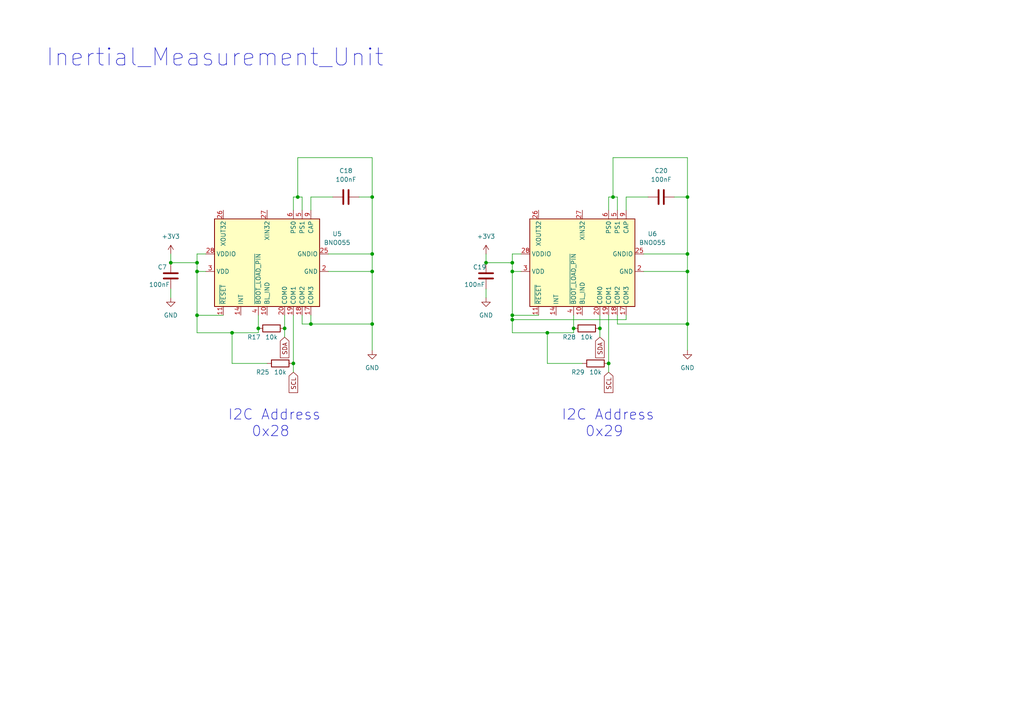
<source format=kicad_sch>
(kicad_sch (version 20211123) (generator eeschema)
  (paper "A4")
  (lib_symbols
    (symbol "Device:C" (pin_numbers hide) (pin_names (offset 0.254))
      (property "Reference" "C" (at 0.635 2.54 0))
      (property "Value" "C" (at 0.635 -2.54 0))
      (symbol "C_0_1"
        (polyline (pts (xy -2.032 -0.762) (xy 2.032 -0.762)) (stroke (width 0.508)))
        (polyline (pts (xy -2.032 0.762) (xy 2.032 0.762)) (stroke (width 0.508)))
      )
      (symbol "C_1_1"
        (pin passive line (at 0 3.81 270) (length 2.794) (name "~") (number "1"))
        (pin passive line (at 0 -3.81 90) (length 2.794) (name "~") (number "2"))
      )
    )
    (symbol "Device:R" (pin_numbers hide) (pin_names (offset 0))
      (property "Reference" "R" (at 2.032 0 90))
      (property "Value" "R" (at 0 0 90))
      (symbol "R_0_1"
        (rectangle (start -1.016 -2.54) (end 1.016 2.54) (stroke (width 0.254)))
      )
      (symbol "R_1_1"
        (pin passive line (at 0 3.81 270) (length 1.27) (name "~") (number "1"))
        (pin passive line (at 0 -3.81 90) (length 1.27) (name "~") (number "2"))
      )
    )
    (symbol "Sensor_Motion:BNO055"
      (property "Reference" "U" (at -11.43 16.51 0))
      (property "Value" "BNO055" (at 12.7 16.51 0))
      (symbol "BNO055_0_1"
        (rectangle (start -12.7 15.24) (end 12.7 -15.24) (stroke (width 0.254)) (fill (type background)))
      )
      (symbol "BNO055_1_1"
        (pin no_connect line (at -12.7 10.16 0) (length 2.54) hide (name "PIN1") (number "1"))
        (pin output line (at -15.24 0 0) (length 2.54) (name "BL_IND") (number "10"))
        (pin input line (at -15.24 12.7 0) (length 2.54) (name "~{RESET}") (number "11"))
        (pin no_connect line (at 12.7 10.16 180) (length 2.54) hide (name "PIN12") (number "12"))
        (pin no_connect line (at 12.7 7.62 180) (length 2.54) hide (name "PIN13") (number "13"))
        (pin output line (at -15.24 7.62 0) (length 2.54) (name "INT") (number "14"))
        (pin passive line (at 2.54 -17.78 90) (length 2.54) hide (name "GNDIO") (number "15"))
        (pin passive line (at 2.54 -17.78 90) (length 2.54) hide (name "GNDIO") (number "16"))
        (pin input line (at -15.24 -12.7 0) (length 2.54) (name "COM3") (number "17"))
        (pin bidirectional line (at -15.24 -10.16 0) (length 2.54) (name "COM2") (number "18"))
        (pin bidirectional line (at -15.24 -7.62 0) (length 2.54) (name "COM1") (number "19"))
        (pin power_in line (at -2.54 -17.78 90) (length 2.54) (name "GND") (number "2"))
        (pin bidirectional line (at -15.24 -5.08 0) (length 2.54) (name "COM0") (number "20"))
        (pin no_connect line (at 12.7 5.08 180) (length 2.54) hide (name "PIN21") (number "21"))
        (pin no_connect line (at 12.7 2.54 180) (length 2.54) hide (name "PIN22") (number "22"))
        (pin no_connect line (at 12.7 -2.54 180) (length 2.54) hide (name "PIN23") (number "23"))
        (pin no_connect line (at 12.7 -5.08 180) (length 2.54) hide (name "PIN24") (number "24"))
        (pin power_in line (at 2.54 -17.78 90) (length 2.54) (name "GNDIO") (number "25"))
        (pin output line (at 15.24 12.7 180) (length 2.54) (name "XOUT32") (number "26"))
        (pin input line (at 15.24 0 180) (length 2.54) (name "XIN32") (number "27"))
        (pin power_in line (at 2.54 17.78 270) (length 2.54) (name "VDDIO") (number "28"))
        (pin power_in line (at -2.54 17.78 270) (length 2.54) (name "VDD") (number "3"))
        (pin input line (at -15.24 2.54 0) (length 2.54) (name "~{BOOT_LOAD_PIN}") (number "4"))
        (pin input line (at 15.24 -10.16 180) (length 2.54) (name "PS1") (number "5"))
        (pin input line (at 15.24 -7.62 180) (length 2.54) (name "PS0") (number "6"))
        (pin no_connect line (at -12.7 5.08 0) (length 2.54) hide (name "PIN7") (number "7"))
        (pin no_connect line (at -12.7 -2.54 0) (length 2.54) hide (name "PIN8") (number "8"))
        (pin passive line (at 15.24 -12.7 180) (length 2.54) (name "CAP") (number "9"))
      )
    )
    (symbol "power:+3V3" (power) (pin_names (offset 0))
      (property "Value" "+3V3" (at 0 3.556 0))
      (symbol "+3V3_0_1"
        (polyline (pts (xy -0.762 1.27) (xy 0 2.54)))
        (polyline (pts (xy 0 0) (xy 0 2.54)))
        (polyline (pts (xy 0 2.54) (xy 0.762 1.27)))
      )
      (symbol "+3V3_1_1"
        (pin power_in line (at 0 0 90) (length 0) hide (name "+3V3") (number "1"))
      )
    )
    (symbol "power:GND" (power) (pin_names (offset 0))
      (property "Value" "GND" (at 0 -3.81 0))
      (symbol "GND_0_1"
        (polyline (pts (xy 0 0) (xy 0 -1.27) (xy 1.27 -1.27) (xy 0 -2.54) (xy -1.27 -1.27) (xy 0 -1.27)))
      )
      (symbol "GND_1_1"
        (pin power_in line (at 0 0 270) (length 0) hide (name "GND") (number "1"))
      )
    )
  )
  (junction (at 173.99 95.25))
  (junction (at 82.55 95.25))
  (junction (at 148.59 76.2))
  (junction (at 148.59 78.74))
  (junction (at 148.59 91.44))
  (junction (at 90.17 93.98))
  (junction (at 199.39 78.74))
  (junction (at 57.15 91.44))
  (junction (at 176.53 105.41))
  (junction (at 199.39 73.66))
  (junction (at 57.15 76.2))
  (junction (at 57.15 78.74))
  (junction (at 74.93 95.25))
  (junction (at 199.39 93.98))
  (junction (at 107.95 57.15))
  (junction (at 107.95 73.66))
  (junction (at 86.36 57.15))
  (junction (at 85.09 105.41))
  (junction (at 199.39 57.15))
  (junction (at 177.8 57.15))
  (junction (at 166.37 95.25))
  (junction (at 49.53 76.2))
  (junction (at 140.97 76.2))
  (junction (at 67.31 96.52))
  (junction (at 107.95 78.74))
  (junction (at 107.95 93.98))
  (junction (at 158.75 96.52))
  (junction (at 148.59 92.71))
  (wire (pts (xy 199.39 78.74) (xy 199.39 93.98)))
  (wire (pts (xy 166.37 91.44) (xy 166.37 95.25)))
  (wire (pts (xy 90.17 91.44) (xy 90.17 93.98)))
  (wire (pts (xy 86.36 57.15) (xy 87.63 57.15)))
  (wire (pts (xy 82.55 91.44) (xy 82.55 95.25)))
  (wire (pts (xy 179.07 57.15) (xy 179.07 60.96)))
  (wire (pts (xy 199.39 45.72) (xy 199.39 57.15)))
  (wire (pts (xy 90.17 60.96) (xy 90.17 57.15)))
  (wire (pts (xy 140.97 76.2) (xy 148.59 76.2)))
  (wire (pts (xy 86.36 57.15) (xy 86.36 45.72)))
  (wire (pts (xy 104.14 57.15) (xy 107.95 57.15)))
  (wire (pts (xy 107.95 93.98) (xy 107.95 101.6)))
  (wire (pts (xy 90.17 57.15) (xy 96.52 57.15)))
  (wire (pts (xy 148.59 92.71) (xy 181.61 92.71)))
  (wire (pts (xy 107.95 78.74) (xy 107.95 93.98)))
  (wire (pts (xy 179.07 91.44) (xy 179.07 93.98)))
  (wire (pts (xy 176.53 105.41) (xy 176.53 107.95)))
  (wire (pts (xy 57.15 78.74) (xy 59.69 78.74)))
  (wire (pts (xy 148.59 91.44) (xy 148.59 78.74)))
  (wire (pts (xy 148.59 76.2) (xy 148.59 78.74)))
  (wire (pts (xy 176.53 91.44) (xy 176.53 105.41)))
  (wire (pts (xy 195.58 57.15) (xy 199.39 57.15)))
  (wire (pts (xy 107.95 57.15) (xy 107.95 73.66)))
  (wire (pts (xy 77.47 105.41) (xy 67.31 105.41)))
  (wire (pts (xy 85.09 57.15) (xy 86.36 57.15)))
  (wire (pts (xy 148.59 96.52) (xy 148.59 92.71)))
  (wire (pts (xy 90.17 93.98) (xy 107.95 93.98)))
  (wire (pts (xy 176.53 57.15) (xy 177.8 57.15)))
  (wire (pts (xy 74.93 91.44) (xy 74.93 95.25)))
  (wire (pts (xy 85.09 60.96) (xy 85.09 57.15)))
  (wire (pts (xy 179.07 93.98) (xy 199.39 93.98)))
  (wire (pts (xy 57.15 91.44) (xy 57.15 78.74)))
  (wire (pts (xy 107.95 78.74) (xy 107.95 73.66)))
  (wire (pts (xy 148.59 92.71) (xy 148.59 91.44)))
  (wire (pts (xy 86.36 45.72) (xy 107.95 45.72)))
  (wire (pts (xy 57.15 73.66) (xy 57.15 76.2)))
  (wire (pts (xy 148.59 73.66) (xy 148.59 76.2)))
  (wire (pts (xy 82.55 95.25) (xy 82.55 97.79)))
  (wire (pts (xy 87.63 91.44) (xy 87.63 93.98)))
  (wire (pts (xy 158.75 105.41) (xy 158.75 96.52)))
  (wire (pts (xy 49.53 76.2) (xy 57.15 76.2)))
  (wire (pts (xy 67.31 105.41) (xy 67.31 96.52)))
  (wire (pts (xy 158.75 96.52) (xy 148.59 96.52)))
  (wire (pts (xy 49.53 73.66) (xy 49.53 76.2)))
  (wire (pts (xy 173.99 95.25) (xy 173.99 97.79)))
  (wire (pts (xy 74.93 95.25) (xy 74.93 96.52)))
  (wire (pts (xy 57.15 76.2) (xy 57.15 78.74)))
  (wire (pts (xy 173.99 91.44) (xy 173.99 95.25)))
  (wire (pts (xy 199.39 57.15) (xy 199.39 73.66)))
  (wire (pts (xy 199.39 78.74) (xy 199.39 73.66)))
  (wire (pts (xy 74.93 96.52) (xy 67.31 96.52)))
  (wire (pts (xy 67.31 96.52) (xy 57.15 96.52)))
  (wire (pts (xy 87.63 57.15) (xy 87.63 60.96)))
  (wire (pts (xy 177.8 45.72) (xy 199.39 45.72)))
  (wire (pts (xy 181.61 60.96) (xy 181.61 57.15)))
  (wire (pts (xy 151.13 73.66) (xy 148.59 73.66)))
  (wire (pts (xy 85.09 91.44) (xy 85.09 105.41)))
  (wire (pts (xy 140.97 73.66) (xy 140.97 76.2)))
  (wire (pts (xy 87.63 93.98) (xy 90.17 93.98)))
  (wire (pts (xy 95.25 78.74) (xy 107.95 78.74)))
  (wire (pts (xy 57.15 91.44) (xy 64.77 91.44)))
  (wire (pts (xy 186.69 78.74) (xy 199.39 78.74)))
  (wire (pts (xy 59.69 73.66) (xy 57.15 73.66)))
  (wire (pts (xy 148.59 78.74) (xy 151.13 78.74)))
  (wire (pts (xy 49.53 83.82) (xy 49.53 86.36)))
  (wire (pts (xy 140.97 83.82) (xy 140.97 86.36)))
  (wire (pts (xy 148.59 91.44) (xy 156.21 91.44)))
  (wire (pts (xy 107.95 45.72) (xy 107.95 57.15)))
  (wire (pts (xy 177.8 57.15) (xy 179.07 57.15)))
  (wire (pts (xy 57.15 96.52) (xy 57.15 91.44)))
  (wire (pts (xy 95.25 73.66) (xy 107.95 73.66)))
  (wire (pts (xy 168.91 105.41) (xy 158.75 105.41)))
  (wire (pts (xy 177.8 57.15) (xy 177.8 45.72)))
  (wire (pts (xy 181.61 57.15) (xy 187.96 57.15)))
  (wire (pts (xy 176.53 60.96) (xy 176.53 57.15)))
  (wire (pts (xy 166.37 95.25) (xy 166.37 96.52)))
  (wire (pts (xy 85.09 105.41) (xy 85.09 107.95)))
  (wire (pts (xy 181.61 91.44) (xy 181.61 92.71)))
  (wire (pts (xy 199.39 93.98) (xy 199.39 101.6)))
  (wire (pts (xy 186.69 73.66) (xy 199.39 73.66)))
  (wire (pts (xy 166.37 96.52) (xy 158.75 96.52)))
  (text "I2C Address \n   0x28" (at 66.04 127 0) (effects (font (size 3 3)) (justify left bottom)))
  (text "Inertial_Measurement_Unit" (at 13.208 19.7104 0) (effects (font (size 5 5)) (justify left bottom)))
  (text "I2C Address \n   0x29\n" (at 162.814 127 0) (effects (font (size 3 3)) (justify left bottom)))
  (global_label "SCL" (shape input) (at 176.53 107.95 270) (property "Intersheet References" "${INTERSHEET_REFS}" (effects hide)))
  (global_label "SDA" (shape input) (at 173.99 97.79 270) (property "Intersheet References" "${INTERSHEET_REFS}" (effects hide)))
  (global_label "SDA" (shape input) (at 82.55 97.79 270) (property "Intersheet References" "${INTERSHEET_REFS}" (effects hide)))
  (global_label "SCL" (shape input) (at 85.09 107.95 270) (property "Intersheet References" "${INTERSHEET_REFS}" (effects hide)))
  (symbol (lib_id "power:GND") (at 49.53 86.36 0) (unit 1)
    (property "Reference" "#PWR0151" (effects hide))
    (property "Value" "GND" (at 49.53 91.44 0))
  )
  (symbol (lib_id "Device:C") (at 100.33 57.15 90) (unit 1)
    (property "Reference" "C18" (at 100.33 49.53 90))
    (property "Value" "100nF" (at 100.33 52.07 90))
    (property "Footprint" "Capacitor_SMD:C_0603_1608Metric" (effects hide))
  )
  (symbol (lib_id "Device:R") (at 78.74 95.25 270) (unit 1)
    (property "Reference" "R17" (at 73.66 97.79 90))
    (property "Value" "10k" (at 78.74 97.79 90))
    (property "Footprint" "Resistor_SMD:R_0603_1608Metric" (effects hide))
  )
  (symbol (lib_id "Device:R") (at 170.18 95.25 270) (unit 1)
    (property "Reference" "R28" (at 165.1 97.79 90))
    (property "Value" "10k" (at 170.18 97.79 90))
    (property "Footprint" "Resistor_SMD:R_0603_1608Metric" (effects hide))
  )
  (symbol (lib_id "Device:R") (at 81.28 105.41 90) (unit 1)
    (property "Reference" "R25" (at 76.2 107.95 90))
    (property "Value" "10k" (at 81.28 107.95 90))
    (property "Footprint" "Resistor_SMD:R_0603_1608Metric" (effects hide))
  )
  (symbol (lib_id "Device:C") (at 140.97 80.01 180) (unit 1)
    (property "Reference" "C19" (at 137.16 77.47 0) (effects (justify right)))
    (property "Value" "100nF" (at 134.62 82.55 0) (effects (justify right)))
    (property "Footprint" "Capacitor_SMD:C_0603_1608Metric" (effects hide))
  )
  (symbol (lib_id "power:+3V3") (at 140.97 73.66 0) (unit 1)
    (property "Reference" "#PWR0153" (effects hide))
    (property "Value" "+3V3" (at 140.97 68.58 0))
  )
  (symbol (lib_id "power:GND") (at 107.95 101.6 0) (unit 1)
    (property "Reference" "#PWR0109" (effects hide))
    (property "Value" "GND" (at 107.95 106.68 0))
  )
  (symbol (lib_id "Device:R") (at 172.72 105.41 90) (unit 1)
    (property "Reference" "R29" (at 167.64 107.95 90))
    (property "Value" "10k" (at 172.72 107.95 90))
    (property "Footprint" "Resistor_SMD:R_0603_1608Metric" (effects hide))
  )
  (symbol (lib_id "Device:C") (at 191.77 57.15 90) (unit 1)
    (property "Reference" "C20" (at 191.77 49.53 90))
    (property "Value" "100nF" (at 191.77 52.07 90))
    (property "Footprint" "Capacitor_SMD:C_0603_1608Metric" (effects hide))
  )
  (symbol (lib_id "Device:C") (at 49.53 80.01 180) (unit 1)
    (property "Reference" "C7" (at 45.72 77.47 0) (effects (justify right)))
    (property "Value" "100nF" (at 43.18 82.55 0) (effects (justify right)))
    (property "Footprint" "Capacitor_SMD:C_0603_1608Metric" (effects hide))
  )
  (symbol (lib_id "power:+3V3") (at 49.53 73.66 0) (unit 1)
    (property "Reference" "#PWR0128" (effects hide))
    (property "Value" "+3V3" (at 49.53 68.58 0))
  )
  (symbol (lib_id "Sensor_Motion:BNO055") (at 168.91 76.2 90) (unit 1)
    (property "Reference" "U6" (at 189.23 67.8305 90))
    (property "Value" "BNO055" (at 189.23 70.3705 90))
    (property "Footprint" "Package_LGA:LGA-28_5.2x3.8mm_P0.5mm" (effects hide))
    (property "Datasheet" "https://ae-bst.resource.bosch.com/media/_tech/media/datasheets/BST_BNO055_DS000_14.pdf" (effects hide))
  )
  (symbol (lib_id "power:GND") (at 199.39 101.6 0) (unit 1)
    (property "Reference" "#PWR0129" (effects hide))
    (property "Value" "GND" (at 199.39 106.68 0))
  )
  (symbol (lib_id "Sensor_Motion:BNO055") (at 77.47 76.2 90) (unit 1)
    (property "Reference" "U5" (at 97.79 67.8305 90))
    (property "Value" "BNO055" (at 97.79 70.3705 90))
    (property "Footprint" "Package_LGA:LGA-28_5.2x3.8mm_P0.5mm" (effects hide))
    (property "Datasheet" "https://ae-bst.resource.bosch.com/media/_tech/media/datasheets/BST_BNO055_DS000_14.pdf" (effects hide))
  )
  (symbol (lib_id "power:GND") (at 140.97 86.36 0) (unit 1)
    (property "Reference" "#PWR0152" (effects hide))
    (property "Value" "GND" (at 140.97 91.44 0))
  )
)
</source>
